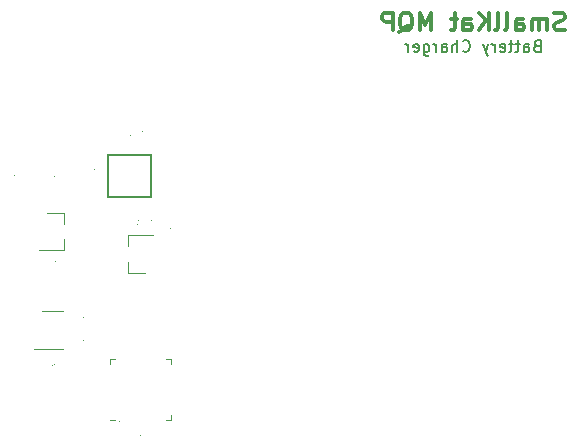
<source format=gbr>
G04 #@! TF.GenerationSoftware,KiCad,Pcbnew,5.0.1-33cea8e~68~ubuntu16.04.1*
G04 #@! TF.CreationDate,2018-12-19T15:09:20-05:00*
G04 #@! TF.ProjectId,SmallKat Battery Charger,536D616C6C4B61742042617474657279,rev?*
G04 #@! TF.SameCoordinates,Original*
G04 #@! TF.FileFunction,Legend,Bot*
G04 #@! TF.FilePolarity,Positive*
%FSLAX46Y46*%
G04 Gerber Fmt 4.6, Leading zero omitted, Abs format (unit mm)*
G04 Created by KiCad (PCBNEW 5.0.1-33cea8e~68~ubuntu16.04.1) date Wed 19 Dec 2018 03:09:20 PM EST*
%MOMM*%
%LPD*%
G01*
G04 APERTURE LIST*
%ADD10C,0.150000*%
%ADD11C,0.300000*%
%ADD12C,0.120000*%
%ADD13C,0.100000*%
G04 APERTURE END LIST*
D10*
X45657142Y-4578571D02*
X45514285Y-4626190D01*
X45466666Y-4673809D01*
X45419047Y-4769047D01*
X45419047Y-4911904D01*
X45466666Y-5007142D01*
X45514285Y-5054761D01*
X45609523Y-5102380D01*
X45990476Y-5102380D01*
X45990476Y-4102380D01*
X45657142Y-4102380D01*
X45561904Y-4150000D01*
X45514285Y-4197619D01*
X45466666Y-4292857D01*
X45466666Y-4388095D01*
X45514285Y-4483333D01*
X45561904Y-4530952D01*
X45657142Y-4578571D01*
X45990476Y-4578571D01*
X44561904Y-5102380D02*
X44561904Y-4578571D01*
X44609523Y-4483333D01*
X44704761Y-4435714D01*
X44895238Y-4435714D01*
X44990476Y-4483333D01*
X44561904Y-5054761D02*
X44657142Y-5102380D01*
X44895238Y-5102380D01*
X44990476Y-5054761D01*
X45038095Y-4959523D01*
X45038095Y-4864285D01*
X44990476Y-4769047D01*
X44895238Y-4721428D01*
X44657142Y-4721428D01*
X44561904Y-4673809D01*
X44228571Y-4435714D02*
X43847619Y-4435714D01*
X44085714Y-4102380D02*
X44085714Y-4959523D01*
X44038095Y-5054761D01*
X43942857Y-5102380D01*
X43847619Y-5102380D01*
X43657142Y-4435714D02*
X43276190Y-4435714D01*
X43514285Y-4102380D02*
X43514285Y-4959523D01*
X43466666Y-5054761D01*
X43371428Y-5102380D01*
X43276190Y-5102380D01*
X42561904Y-5054761D02*
X42657142Y-5102380D01*
X42847619Y-5102380D01*
X42942857Y-5054761D01*
X42990476Y-4959523D01*
X42990476Y-4578571D01*
X42942857Y-4483333D01*
X42847619Y-4435714D01*
X42657142Y-4435714D01*
X42561904Y-4483333D01*
X42514285Y-4578571D01*
X42514285Y-4673809D01*
X42990476Y-4769047D01*
X42085714Y-5102380D02*
X42085714Y-4435714D01*
X42085714Y-4626190D02*
X42038095Y-4530952D01*
X41990476Y-4483333D01*
X41895238Y-4435714D01*
X41800000Y-4435714D01*
X41561904Y-4435714D02*
X41323809Y-5102380D01*
X41085714Y-4435714D02*
X41323809Y-5102380D01*
X41419047Y-5340476D01*
X41466666Y-5388095D01*
X41561904Y-5435714D01*
X39371428Y-5007142D02*
X39419047Y-5054761D01*
X39561904Y-5102380D01*
X39657142Y-5102380D01*
X39800000Y-5054761D01*
X39895238Y-4959523D01*
X39942857Y-4864285D01*
X39990476Y-4673809D01*
X39990476Y-4530952D01*
X39942857Y-4340476D01*
X39895238Y-4245238D01*
X39800000Y-4150000D01*
X39657142Y-4102380D01*
X39561904Y-4102380D01*
X39419047Y-4150000D01*
X39371428Y-4197619D01*
X38942857Y-5102380D02*
X38942857Y-4102380D01*
X38514285Y-5102380D02*
X38514285Y-4578571D01*
X38561904Y-4483333D01*
X38657142Y-4435714D01*
X38800000Y-4435714D01*
X38895238Y-4483333D01*
X38942857Y-4530952D01*
X37609523Y-5102380D02*
X37609523Y-4578571D01*
X37657142Y-4483333D01*
X37752380Y-4435714D01*
X37942857Y-4435714D01*
X38038095Y-4483333D01*
X37609523Y-5054761D02*
X37704761Y-5102380D01*
X37942857Y-5102380D01*
X38038095Y-5054761D01*
X38085714Y-4959523D01*
X38085714Y-4864285D01*
X38038095Y-4769047D01*
X37942857Y-4721428D01*
X37704761Y-4721428D01*
X37609523Y-4673809D01*
X37133333Y-5102380D02*
X37133333Y-4435714D01*
X37133333Y-4626190D02*
X37085714Y-4530952D01*
X37038095Y-4483333D01*
X36942857Y-4435714D01*
X36847619Y-4435714D01*
X36085714Y-4435714D02*
X36085714Y-5245238D01*
X36133333Y-5340476D01*
X36180952Y-5388095D01*
X36276190Y-5435714D01*
X36419047Y-5435714D01*
X36514285Y-5388095D01*
X36085714Y-5054761D02*
X36180952Y-5102380D01*
X36371428Y-5102380D01*
X36466666Y-5054761D01*
X36514285Y-5007142D01*
X36561904Y-4911904D01*
X36561904Y-4626190D01*
X36514285Y-4530952D01*
X36466666Y-4483333D01*
X36371428Y-4435714D01*
X36180952Y-4435714D01*
X36085714Y-4483333D01*
X35228571Y-5054761D02*
X35323809Y-5102380D01*
X35514285Y-5102380D01*
X35609523Y-5054761D01*
X35657142Y-4959523D01*
X35657142Y-4578571D01*
X35609523Y-4483333D01*
X35514285Y-4435714D01*
X35323809Y-4435714D01*
X35228571Y-4483333D01*
X35180952Y-4578571D01*
X35180952Y-4673809D01*
X35657142Y-4769047D01*
X34752380Y-5102380D02*
X34752380Y-4435714D01*
X34752380Y-4626190D02*
X34704761Y-4530952D01*
X34657142Y-4483333D01*
X34561904Y-4435714D01*
X34466666Y-4435714D01*
D11*
X48014285Y-3207142D02*
X47800000Y-3278571D01*
X47442857Y-3278571D01*
X47300000Y-3207142D01*
X47228571Y-3135714D01*
X47157142Y-2992857D01*
X47157142Y-2850000D01*
X47228571Y-2707142D01*
X47300000Y-2635714D01*
X47442857Y-2564285D01*
X47728571Y-2492857D01*
X47871428Y-2421428D01*
X47942857Y-2350000D01*
X48014285Y-2207142D01*
X48014285Y-2064285D01*
X47942857Y-1921428D01*
X47871428Y-1850000D01*
X47728571Y-1778571D01*
X47371428Y-1778571D01*
X47157142Y-1850000D01*
X46514285Y-3278571D02*
X46514285Y-2278571D01*
X46514285Y-2421428D02*
X46442857Y-2350000D01*
X46300000Y-2278571D01*
X46085714Y-2278571D01*
X45942857Y-2350000D01*
X45871428Y-2492857D01*
X45871428Y-3278571D01*
X45871428Y-2492857D02*
X45800000Y-2350000D01*
X45657142Y-2278571D01*
X45442857Y-2278571D01*
X45300000Y-2350000D01*
X45228571Y-2492857D01*
X45228571Y-3278571D01*
X43871428Y-3278571D02*
X43871428Y-2492857D01*
X43942857Y-2350000D01*
X44085714Y-2278571D01*
X44371428Y-2278571D01*
X44514285Y-2350000D01*
X43871428Y-3207142D02*
X44014285Y-3278571D01*
X44371428Y-3278571D01*
X44514285Y-3207142D01*
X44585714Y-3064285D01*
X44585714Y-2921428D01*
X44514285Y-2778571D01*
X44371428Y-2707142D01*
X44014285Y-2707142D01*
X43871428Y-2635714D01*
X42942857Y-3278571D02*
X43085714Y-3207142D01*
X43157142Y-3064285D01*
X43157142Y-1778571D01*
X42157142Y-3278571D02*
X42300000Y-3207142D01*
X42371428Y-3064285D01*
X42371428Y-1778571D01*
X41585714Y-3278571D02*
X41585714Y-1778571D01*
X40728571Y-3278571D02*
X41371428Y-2421428D01*
X40728571Y-1778571D02*
X41585714Y-2635714D01*
X39442857Y-3278571D02*
X39442857Y-2492857D01*
X39514285Y-2350000D01*
X39657142Y-2278571D01*
X39942857Y-2278571D01*
X40085714Y-2350000D01*
X39442857Y-3207142D02*
X39585714Y-3278571D01*
X39942857Y-3278571D01*
X40085714Y-3207142D01*
X40157142Y-3064285D01*
X40157142Y-2921428D01*
X40085714Y-2778571D01*
X39942857Y-2707142D01*
X39585714Y-2707142D01*
X39442857Y-2635714D01*
X38942857Y-2278571D02*
X38371428Y-2278571D01*
X38728571Y-1778571D02*
X38728571Y-3064285D01*
X38657142Y-3207142D01*
X38514285Y-3278571D01*
X38371428Y-3278571D01*
X36728571Y-3278571D02*
X36728571Y-1778571D01*
X36228571Y-2850000D01*
X35728571Y-1778571D01*
X35728571Y-3278571D01*
X34014285Y-3421428D02*
X34157142Y-3350000D01*
X34300000Y-3207142D01*
X34514285Y-2992857D01*
X34657142Y-2921428D01*
X34800000Y-2921428D01*
X34728571Y-3278571D02*
X34871428Y-3207142D01*
X35014285Y-3064285D01*
X35085714Y-2778571D01*
X35085714Y-2278571D01*
X35014285Y-1992857D01*
X34871428Y-1850000D01*
X34728571Y-1778571D01*
X34442857Y-1778571D01*
X34300000Y-1850000D01*
X34157142Y-1992857D01*
X34085714Y-2278571D01*
X34085714Y-2778571D01*
X34157142Y-3064285D01*
X34300000Y-3207142D01*
X34442857Y-3278571D01*
X34728571Y-3278571D01*
X33442857Y-3278571D02*
X33442857Y-1778571D01*
X32871428Y-1778571D01*
X32728571Y-1850000D01*
X32657142Y-1921428D01*
X32585714Y-2064285D01*
X32585714Y-2278571D01*
X32657142Y-2421428D01*
X32728571Y-2492857D01*
X32871428Y-2564285D01*
X33442857Y-2564285D01*
D12*
G04 #@! TO.C,D1*
X5660000Y-18720000D02*
X4200000Y-18720000D01*
X5660000Y-21880000D02*
X3500000Y-21880000D01*
X5660000Y-21880000D02*
X5660000Y-20950000D01*
X5660000Y-18720000D02*
X5660000Y-19650000D01*
G04 #@! TO.C,D2*
X11040000Y-23780000D02*
X11040000Y-22850000D01*
X11040000Y-20620000D02*
X11040000Y-21550000D01*
X11040000Y-20620000D02*
X13200000Y-20620000D01*
X11040000Y-23780000D02*
X12500000Y-23780000D01*
G04 #@! TO.C,U2*
X14235000Y-36310000D02*
X14710000Y-36310000D01*
X14710000Y-36310000D02*
X14710000Y-35835000D01*
X9965000Y-31090000D02*
X9490000Y-31090000D01*
X9490000Y-31090000D02*
X9490000Y-31565000D01*
X14235000Y-31090000D02*
X14710000Y-31090000D01*
X14710000Y-31090000D02*
X14710000Y-31565000D01*
X9965000Y-36310000D02*
X9490000Y-36310000D01*
D10*
G04 #@! TO.C,U3*
X9375000Y-13775000D02*
X9375000Y-17425000D01*
X13025000Y-13775000D02*
X13025000Y-17425000D01*
X13025000Y-17425000D02*
X13025000Y-13775000D01*
X9375000Y-17425000D02*
X9375000Y-13775000D01*
X9400000Y-13800000D02*
X13000000Y-13800000D01*
X9400000Y-17400000D02*
X13000000Y-17400000D01*
D12*
G04 #@! TO.C,U6*
X3750519Y-27068715D02*
X5550519Y-27068715D01*
X5550519Y-30288715D02*
X3100519Y-30288715D01*
G04 #@! TO.C,C1*
D13*
X12270000Y-11815000D02*
X12270000Y-11815000D01*
X12270000Y-11815000D01*
X12270000Y-11815000D01*
X12270000Y-11815000D01*
X12270000Y-11815000D01*
X12270000Y-11815000D01*
X12270000Y-11815000D01*
X12270000Y-11815000D01*
X12270000Y-11815000D01*
X12270000Y-11815000D01*
X12270000Y-11815000D01*
X12270000Y-11815000D01*
X12270000Y-11815000D01*
X12270000Y-11815000D01*
X12270000Y-11815000D01*
X12270000Y-11815000D02*
X12270000Y-11815000D01*
X12270000Y-11815000D02*
X12270000Y-11815000D01*
X12270000Y-11815000D01*
X12270000Y-11815000D01*
X12270000Y-11815000D01*
D10*
G04 #@! TO.C,C2*
D13*
X11870000Y-19315000D02*
X11870000Y-19315000D01*
X11870000Y-19315000D01*
X11870000Y-19315000D01*
X11870000Y-19315000D01*
X11870000Y-19315000D01*
X11870000Y-19315000D01*
X11870000Y-19315000D01*
X11870000Y-19315000D01*
X11870000Y-19315000D01*
X11870000Y-19315000D01*
X11870000Y-19315000D01*
X11870000Y-19315000D01*
X11870000Y-19315000D01*
X11870000Y-19315000D01*
X11870000Y-19315000D01*
X11870000Y-19315000D02*
X11870000Y-19315000D01*
X11870000Y-19315000D01*
X11870000Y-19315000D01*
X11870000Y-19315000D01*
X11870000Y-19315000D01*
X11870000Y-19315000D01*
X11870000Y-19315000D01*
X11870000Y-19315000D01*
X11870000Y-19315000D01*
X11870000Y-19315000D01*
D10*
G04 #@! TO.C,C3*
D13*
X14600000Y-20030000D02*
X14600000Y-20030000D01*
X14600000Y-20030000D01*
X14600000Y-20030000D01*
X14600000Y-20030000D01*
X14600000Y-20030000D01*
X14600000Y-20030000D01*
X14600000Y-20030000D01*
X14600000Y-20030000D01*
X14600000Y-20030000D01*
X14600000Y-20030000D01*
X14600000Y-20030000D01*
X14600000Y-20030000D01*
X14600000Y-20030000D01*
X14600000Y-20030000D01*
X14600000Y-20030000D01*
X14600000Y-20030000D02*
X14600000Y-20030000D01*
X14600000Y-20030000D01*
X14600000Y-20030000D01*
X14600000Y-20030000D01*
X14600000Y-20030000D01*
X14600000Y-20030000D01*
X14600000Y-20030000D01*
X14600000Y-20030000D01*
X14600000Y-20030000D01*
X14600000Y-20030000D01*
X14600000Y-20030000D01*
X14600000Y-20030000D01*
X14600000Y-20030000D01*
D10*
G04 #@! TO.C,D1*
D13*
X4900000Y-22800000D02*
X4900000Y-22800000D01*
X4900000Y-22800000D01*
X4900000Y-22800000D01*
X4900000Y-22800000D01*
X4900000Y-22800000D01*
X4900000Y-22800000D01*
X4900000Y-22800000D01*
X4900000Y-22800000D01*
X4900000Y-22800000D01*
X4900000Y-22800000D01*
X4900000Y-22800000D01*
X4900000Y-22800000D01*
X4900000Y-22800000D02*
X4900000Y-22800000D01*
X4900000Y-22800000D02*
X4900000Y-22800000D01*
X4900000Y-22800000D01*
X4900000Y-22800000D01*
X4900000Y-22800000D01*
D10*
G04 #@! TO.C,D2*
D13*
X11800000Y-19700000D02*
X11800000Y-19700000D01*
X11800000Y-19700000D01*
X11800000Y-19700000D01*
X11800000Y-19700000D01*
X11800000Y-19700000D01*
X11800000Y-19700000D01*
X11800000Y-19700000D01*
X11800000Y-19700000D01*
X11800000Y-19700000D01*
X11800000Y-19700000D01*
X11800000Y-19700000D01*
X11800000Y-19700000D01*
X11800000Y-19700000D02*
X11800000Y-19700000D01*
X11800000Y-19700000D01*
X11800000Y-19700000D01*
X11800000Y-19700000D01*
X11800000Y-19700000D01*
X11800000Y-19700000D01*
X11800000Y-19700000D01*
X11800000Y-19700000D01*
X11800000Y-19700000D01*
X11800000Y-19700000D01*
D10*
G04 #@! TO.C,R1*
D13*
X10285000Y-36330000D02*
X10285000Y-36330000D01*
X10285000Y-36330000D02*
X10285000Y-36330000D01*
X10285000Y-36330000D01*
X10285000Y-36330000D01*
X10285000Y-36330000D01*
X10285000Y-36330000D01*
X10285000Y-36330000D01*
X10285000Y-36330000D01*
X10285000Y-36330000D01*
X10285000Y-36330000D01*
X10285000Y-36330000D01*
X10285000Y-36330000D02*
X10285000Y-36330000D01*
X10285000Y-36330000D02*
X10285000Y-36330000D01*
X10285000Y-36330000D01*
X10285000Y-36330000D01*
X10285000Y-36330000D01*
D10*
G04 #@! TO.C,R6*
D13*
X8170000Y-14985000D02*
X8170000Y-14985000D01*
X8170000Y-14985000D02*
X8170000Y-14985000D01*
X8170000Y-14985000D01*
X8170000Y-14985000D01*
X8170000Y-14985000D01*
X8170000Y-14985000D01*
X8170000Y-14985000D01*
X8170000Y-14985000D01*
X8170000Y-14985000D01*
X8170000Y-14985000D01*
X8170000Y-14985000D01*
X8170000Y-14985000D02*
X8170000Y-14985000D01*
X8170000Y-14985000D01*
X8170000Y-14985000D01*
X8170000Y-14985000D01*
X8170000Y-14985000D01*
X8170000Y-14985000D01*
X8170000Y-14985000D01*
X8170000Y-14985000D01*
X8170000Y-14985000D01*
X8170000Y-14985000D01*
X8170000Y-14985000D01*
X8170000Y-14985000D01*
X8170000Y-14985000D01*
X8170000Y-14985000D01*
X8170000Y-14985000D01*
X8170000Y-14985000D01*
X8170000Y-14985000D01*
X8170000Y-14985000D01*
X8170000Y-14985000D01*
X8170000Y-14985000D01*
X8170000Y-14985000D01*
D10*
G04 #@! TO.C,R9*
D13*
X12970000Y-19315000D02*
X12970000Y-19315000D01*
X12970000Y-19315000D02*
X12970000Y-19315000D01*
X12970000Y-19315000D01*
X12970000Y-19315000D01*
X12970000Y-19315000D01*
X12970000Y-19315000D01*
X12970000Y-19315000D01*
X12970000Y-19315000D01*
X12970000Y-19315000D01*
X12970000Y-19315000D01*
X12970000Y-19315000D01*
X12970000Y-19315000D02*
X12970000Y-19315000D01*
X12970000Y-19315000D01*
X12970000Y-19315000D01*
X12970000Y-19315000D01*
X12970000Y-19315000D01*
X12970000Y-19315000D01*
X12970000Y-19315000D01*
X12970000Y-19315000D01*
X12970000Y-19315000D01*
X12970000Y-19315000D01*
X12970000Y-19315000D01*
X12970000Y-19315000D01*
X12970000Y-19315000D01*
X12970000Y-19315000D01*
X12970000Y-19315000D01*
X12970000Y-19315000D01*
X12970000Y-19315000D01*
X12970000Y-19315000D01*
X12970000Y-19315000D01*
X12970000Y-19315000D01*
X12970000Y-19315000D01*
D10*
G04 #@! TO.C,R13*
D13*
X11230000Y-12100000D02*
X11230000Y-12100000D01*
X11230000Y-12100000D02*
X11230000Y-12100000D01*
X11230000Y-12100000D01*
X11230000Y-12100000D01*
X11230000Y-12100000D01*
X11230000Y-12100000D01*
X11230000Y-12100000D01*
X11230000Y-12100000D01*
X11230000Y-12100000D01*
X11230000Y-12100000D01*
X11230000Y-12100000D01*
X11230000Y-12100000D02*
X11230000Y-12100000D01*
X11230000Y-12100000D02*
X11230000Y-12100000D01*
X11230000Y-12100000D01*
X11230000Y-12100000D01*
X11230000Y-12100000D01*
X11230000Y-12100000D02*
X11230000Y-12100000D01*
X11230000Y-12100000D01*
X11230000Y-12100000D01*
X11230000Y-12100000D01*
X11230000Y-12100000D01*
X11230000Y-12100000D01*
X11230000Y-12100000D01*
X11230000Y-12100000D01*
X11230000Y-12100000D01*
X11230000Y-12100000D01*
X11230000Y-12100000D01*
X11230000Y-12100000D01*
X11230000Y-12100000D01*
D10*
G04 #@! TO.C,R14*
D13*
X7230000Y-27585000D02*
X7230000Y-27585000D01*
X7230000Y-27585000D02*
X7230000Y-27585000D01*
X7230000Y-27585000D01*
X7230000Y-27585000D01*
X7230000Y-27585000D01*
X7230000Y-27585000D01*
X7230000Y-27585000D01*
X7230000Y-27585000D01*
X7230000Y-27585000D01*
X7230000Y-27585000D01*
X7230000Y-27585000D01*
X7230000Y-27585000D02*
X7230000Y-27585000D01*
X7230000Y-27585000D02*
X7230000Y-27585000D01*
X7230000Y-27585000D01*
X7230000Y-27585000D01*
X7230000Y-27585000D01*
X7230000Y-27585000D02*
X7230000Y-27585000D01*
X7230000Y-27585000D02*
X7230000Y-27585000D01*
X7230000Y-27585000D01*
D10*
G04 #@! TO.C,R15*
D13*
X7230000Y-29485000D02*
X7230000Y-29485000D01*
X7230000Y-29485000D02*
X7230000Y-29485000D01*
X7230000Y-29485000D01*
X7230000Y-29485000D01*
X7230000Y-29485000D01*
X7230000Y-29485000D01*
X7230000Y-29485000D01*
X7230000Y-29485000D01*
X7230000Y-29485000D01*
X7230000Y-29485000D01*
X7230000Y-29485000D01*
X7230000Y-29485000D02*
X7230000Y-29485000D01*
X7230000Y-29485000D02*
X7230000Y-29485000D01*
X7230000Y-29485000D01*
X7230000Y-29485000D01*
X7230000Y-29485000D01*
X7230000Y-29485000D02*
X7230000Y-29485000D01*
X7230000Y-29485000D01*
X7230000Y-29485000D01*
X7230000Y-29485000D01*
X7230000Y-29485000D01*
X7230000Y-29485000D01*
X7230000Y-29485000D01*
X7230000Y-29485000D01*
X7230000Y-29485000D01*
X7230000Y-29485000D01*
X7230000Y-29485000D01*
X7230000Y-29485000D01*
X7230000Y-29485000D01*
X7230000Y-29485000D01*
X7230000Y-29485000D01*
D10*
G04 #@! TO.C,U2*
D13*
X12100000Y-37520000D02*
X12100000Y-37520000D01*
X12100000Y-37520000D01*
X12100000Y-37520000D01*
X12100000Y-37520000D01*
X12100000Y-37520000D01*
X12100000Y-37520000D01*
X12100000Y-37520000D01*
X12100000Y-37520000D01*
X12100000Y-37520000D01*
X12100000Y-37520000D02*
X12100000Y-37520000D01*
X12100000Y-37520000D01*
X12100000Y-37520000D01*
X12100000Y-37520000D01*
X12100000Y-37520000D01*
X12100000Y-37520000D01*
X12100000Y-37520000D01*
X12100000Y-37520000D01*
X12100000Y-37520000D01*
X12100000Y-37520000D01*
D10*
G04 #@! TO.C,U3*
D13*
X4800000Y-15600000D02*
X4800000Y-15600000D01*
X4800000Y-15600000D01*
X4800000Y-15600000D01*
X4800000Y-15600000D01*
X4800000Y-15600000D01*
X4800000Y-15600000D01*
X4800000Y-15600000D01*
X4800000Y-15600000D01*
X4800000Y-15600000D01*
X4800000Y-15600000D02*
X4800000Y-15600000D01*
X4800000Y-15600000D01*
X4800000Y-15600000D01*
X4800000Y-15600000D01*
X4800000Y-15600000D01*
X4800000Y-15600000D01*
X4800000Y-15600000D01*
X4800000Y-15600000D01*
X4800000Y-15600000D01*
X4800000Y-15600000D01*
X4800000Y-15600000D01*
X4800000Y-15600000D01*
X4800000Y-15600000D01*
D10*
G04 #@! TO.C,C15*
D13*
X4770519Y-31528715D02*
X4770519Y-31528715D01*
X4770519Y-31528715D01*
X4770519Y-31528715D01*
X4770519Y-31528715D01*
X4770519Y-31528715D01*
X4770519Y-31528715D01*
X4770519Y-31528715D01*
X4770519Y-31528715D01*
X4770519Y-31528715D01*
X4770519Y-31528715D01*
X4770519Y-31528715D01*
X4770519Y-31528715D01*
X4770519Y-31528715D01*
X4770519Y-31528715D01*
X4770519Y-31528715D01*
X4770519Y-31528715D02*
X4770519Y-31528715D01*
X4770519Y-31528715D02*
X4770519Y-31528715D01*
X4770519Y-31528715D01*
X4770519Y-31528715D01*
X4770519Y-31528715D01*
X4770519Y-31528715D02*
X4770519Y-31528715D01*
X4770519Y-31528715D01*
X4770519Y-31528715D01*
X4770519Y-31528715D01*
X4770519Y-31528715D01*
X4770519Y-31528715D01*
X4770519Y-31528715D01*
X4770519Y-31528715D01*
X4770519Y-31528715D01*
X4770519Y-31528715D01*
X4770519Y-31528715D01*
X4770519Y-31528715D01*
X4770519Y-31528715D01*
X4770519Y-31528715D01*
X4770519Y-31528715D01*
D10*
G04 #@! TO.C,C16*
D13*
X1430000Y-15515000D02*
X1430000Y-15515000D01*
X1430000Y-15515000D01*
X1430000Y-15515000D01*
X1430000Y-15515000D01*
X1430000Y-15515000D01*
X1430000Y-15515000D01*
X1430000Y-15515000D01*
X1430000Y-15515000D01*
X1430000Y-15515000D01*
X1430000Y-15515000D01*
X1430000Y-15515000D01*
X1430000Y-15515000D01*
X1430000Y-15515000D01*
X1430000Y-15515000D01*
X1430000Y-15515000D01*
X1430000Y-15515000D02*
X1430000Y-15515000D01*
X1430000Y-15515000D02*
X1430000Y-15515000D01*
X1430000Y-15515000D01*
X1430000Y-15515000D01*
X1430000Y-15515000D01*
X1430000Y-15515000D02*
X1430000Y-15515000D01*
X1430000Y-15515000D01*
X1430000Y-15515000D01*
X1430000Y-15515000D01*
X1430000Y-15515000D01*
X1430000Y-15515000D01*
X1430000Y-15515000D01*
X1430000Y-15515000D01*
X1430000Y-15515000D01*
X1430000Y-15515000D01*
X1430000Y-15515000D01*
X1430000Y-15515000D01*
X1430000Y-15515000D01*
X1430000Y-15515000D01*
X1430000Y-15515000D01*
X1430000Y-15515000D01*
X1430000Y-15515000D01*
X1430000Y-15515000D01*
X1430000Y-15515000D01*
X1430000Y-15515000D01*
X1430000Y-15515000D01*
D10*
G04 #@! TO.C,U6*
D13*
X4650519Y-31578715D02*
X4650519Y-31578715D01*
X4650519Y-31578715D01*
X4650519Y-31578715D01*
X4650519Y-31578715D01*
X4650519Y-31578715D01*
X4650519Y-31578715D01*
X4650519Y-31578715D01*
X4650519Y-31578715D01*
X4650519Y-31578715D01*
X4650519Y-31578715D02*
X4650519Y-31578715D01*
X4650519Y-31578715D01*
X4650519Y-31578715D01*
X4650519Y-31578715D01*
X4650519Y-31578715D01*
X4650519Y-31578715D01*
X4650519Y-31578715D01*
X4650519Y-31578715D01*
X4650519Y-31578715D01*
X4650519Y-31578715D01*
X4650519Y-31578715D01*
X4650519Y-31578715D01*
X4650519Y-31578715D01*
X4650519Y-31578715D01*
X4650519Y-31578715D01*
X4650519Y-31578715D01*
X4650519Y-31578715D01*
X4650519Y-31578715D01*
X4650519Y-31578715D01*
X4650519Y-31578715D01*
X4650519Y-31578715D01*
D10*
G04 #@! TD*
M02*

</source>
